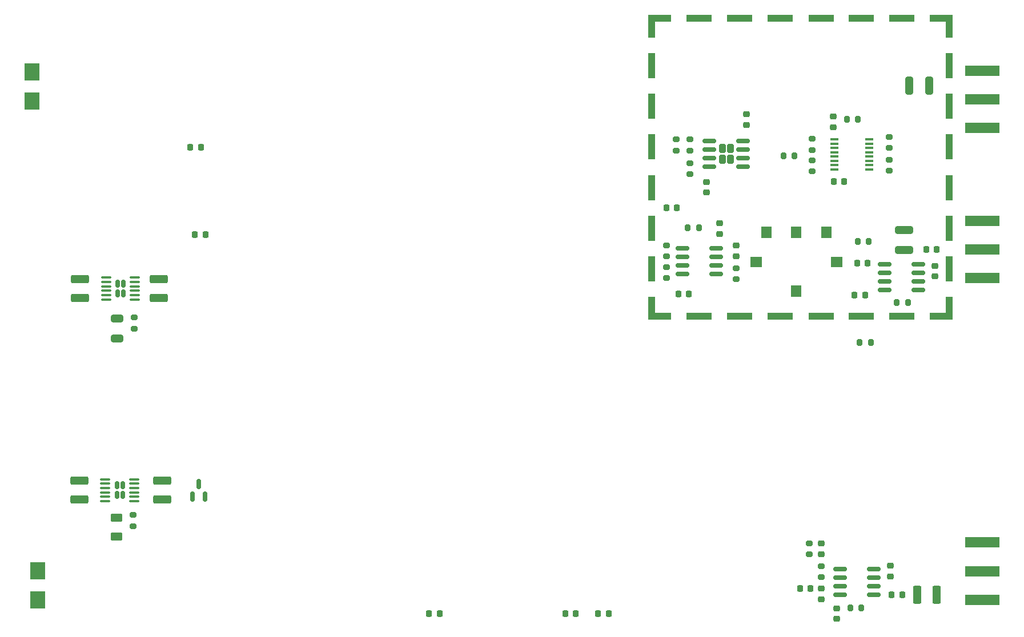
<source format=gbr>
G04 #@! TF.GenerationSoftware,KiCad,Pcbnew,(6.0.7)*
G04 #@! TF.CreationDate,2022-11-17T09:34:03+01:00*
G04 #@! TF.ProjectId,PDH_module,5044485f-6d6f-4647-956c-652e6b696361,1.1*
G04 #@! TF.SameCoordinates,Original*
G04 #@! TF.FileFunction,Paste,Top*
G04 #@! TF.FilePolarity,Positive*
%FSLAX46Y46*%
G04 Gerber Fmt 4.6, Leading zero omitted, Abs format (unit mm)*
G04 Created by KiCad (PCBNEW (6.0.7)) date 2022-11-17 09:34:03*
%MOMM*%
%LPD*%
G01*
G04 APERTURE LIST*
G04 Aperture macros list*
%AMRoundRect*
0 Rectangle with rounded corners*
0 $1 Rounding radius*
0 $2 $3 $4 $5 $6 $7 $8 $9 X,Y pos of 4 corners*
0 Add a 4 corners polygon primitive as box body*
4,1,4,$2,$3,$4,$5,$6,$7,$8,$9,$2,$3,0*
0 Add four circle primitives for the rounded corners*
1,1,$1+$1,$2,$3*
1,1,$1+$1,$4,$5*
1,1,$1+$1,$6,$7*
1,1,$1+$1,$8,$9*
0 Add four rect primitives between the rounded corners*
20,1,$1+$1,$2,$3,$4,$5,0*
20,1,$1+$1,$4,$5,$6,$7,0*
20,1,$1+$1,$6,$7,$8,$9,0*
20,1,$1+$1,$8,$9,$2,$3,0*%
G04 Aperture macros list end*
%ADD10RoundRect,0.250000X-1.075000X0.375000X-1.075000X-0.375000X1.075000X-0.375000X1.075000X0.375000X0*%
%ADD11RoundRect,0.250000X-0.625000X0.375000X-0.625000X-0.375000X0.625000X-0.375000X0.625000X0.375000X0*%
%ADD12RoundRect,0.225000X0.225000X0.250000X-0.225000X0.250000X-0.225000X-0.250000X0.225000X-0.250000X0*%
%ADD13RoundRect,0.218750X0.256250X-0.218750X0.256250X0.218750X-0.256250X0.218750X-0.256250X-0.218750X0*%
%ADD14RoundRect,0.218750X-0.256250X0.218750X-0.256250X-0.218750X0.256250X-0.218750X0.256250X0.218750X0*%
%ADD15RoundRect,0.218750X-0.218750X-0.256250X0.218750X-0.256250X0.218750X0.256250X-0.218750X0.256250X0*%
%ADD16RoundRect,0.200000X-0.275000X0.200000X-0.275000X-0.200000X0.275000X-0.200000X0.275000X0.200000X0*%
%ADD17RoundRect,0.250000X0.375000X1.075000X-0.375000X1.075000X-0.375000X-1.075000X0.375000X-1.075000X0*%
%ADD18RoundRect,0.167500X-0.167500X-0.407500X0.167500X-0.407500X0.167500X0.407500X-0.167500X0.407500X0*%
%ADD19RoundRect,0.100000X-0.625000X-0.100000X0.625000X-0.100000X0.625000X0.100000X-0.625000X0.100000X0*%
%ADD20RoundRect,0.225000X-0.225000X-0.250000X0.225000X-0.250000X0.225000X0.250000X-0.225000X0.250000X0*%
%ADD21RoundRect,0.225000X-0.250000X0.225000X-0.250000X-0.225000X0.250000X-0.225000X0.250000X0.225000X0*%
%ADD22RoundRect,0.225000X0.250000X-0.225000X0.250000X0.225000X-0.250000X0.225000X-0.250000X-0.225000X0*%
%ADD23R,2.300000X2.500000*%
%ADD24R,5.080000X1.500000*%
%ADD25R,1.000000X3.800000*%
%ADD26R,3.800000X1.000000*%
%ADD27R,1.000000X1.000000*%
%ADD28R,2.440000X1.000000*%
%ADD29R,1.000000X2.440000*%
%ADD30RoundRect,0.250000X-1.075000X0.312500X-1.075000X-0.312500X1.075000X-0.312500X1.075000X0.312500X0*%
%ADD31RoundRect,0.200000X0.275000X-0.200000X0.275000X0.200000X-0.275000X0.200000X-0.275000X-0.200000X0*%
%ADD32RoundRect,0.200000X-0.200000X-0.275000X0.200000X-0.275000X0.200000X0.275000X-0.200000X0.275000X0*%
%ADD33RoundRect,0.250000X0.312500X1.075000X-0.312500X1.075000X-0.312500X-1.075000X0.312500X-1.075000X0*%
%ADD34RoundRect,0.200000X0.200000X0.275000X-0.200000X0.275000X-0.200000X-0.275000X0.200000X-0.275000X0*%
%ADD35RoundRect,0.242500X-0.242500X-0.422500X0.242500X-0.422500X0.242500X0.422500X-0.242500X0.422500X0*%
%ADD36RoundRect,0.150000X-0.825000X-0.150000X0.825000X-0.150000X0.825000X0.150000X-0.825000X0.150000X0*%
%ADD37RoundRect,0.150000X0.825000X0.150000X-0.825000X0.150000X-0.825000X-0.150000X0.825000X-0.150000X0*%
%ADD38R,1.200000X0.400000*%
%ADD39RoundRect,0.250000X-0.650000X0.325000X-0.650000X-0.325000X0.650000X-0.325000X0.650000X0.325000X0*%
%ADD40R,1.778000X1.524000*%
%ADD41R,1.524000X1.778000*%
%ADD42RoundRect,0.150000X0.150000X-0.587500X0.150000X0.587500X-0.150000X0.587500X-0.150000X-0.587500X0*%
G04 APERTURE END LIST*
D10*
X102500000Y-116600000D03*
X102500000Y-119400000D03*
D11*
X108000000Y-122100000D03*
X108000000Y-124900000D03*
D10*
X114300000Y-86700000D03*
X114300000Y-89500000D03*
X114800000Y-116600000D03*
X114800000Y-119400000D03*
D12*
X210875000Y-132587500D03*
X209325000Y-132587500D03*
D13*
X214800000Y-137087500D03*
X214800000Y-135512500D03*
D14*
X222700000Y-129212500D03*
X222700000Y-130787500D03*
D15*
X179412500Y-136300000D03*
X180987500Y-136300000D03*
X174512500Y-136300000D03*
X176087500Y-136300000D03*
X154312500Y-136300000D03*
X155887500Y-136300000D03*
X118925000Y-67100000D03*
X120500000Y-67100000D03*
X119612500Y-80100000D03*
X121187500Y-80100000D03*
D16*
X110500000Y-121675000D03*
X110500000Y-123325000D03*
D14*
X212500000Y-132612500D03*
X212500000Y-134187500D03*
D17*
X229550000Y-133500000D03*
X226750000Y-133500000D03*
D18*
X108090000Y-117290000D03*
X108090000Y-118710000D03*
X108910000Y-118710000D03*
X108910000Y-117290000D03*
D19*
X106350000Y-116375000D03*
X106350000Y-117025000D03*
X106350000Y-117675000D03*
X106350000Y-118325000D03*
X106350000Y-118975000D03*
X106350000Y-119625000D03*
X110650000Y-119625000D03*
X110650000Y-118975000D03*
X110650000Y-118325000D03*
X110650000Y-117675000D03*
X110650000Y-117025000D03*
X110650000Y-116375000D03*
D10*
X102600000Y-86700000D03*
X102600000Y-89500000D03*
D20*
X228025000Y-82300000D03*
X229575000Y-82300000D03*
D21*
X229300000Y-84725000D03*
X229300000Y-86275000D03*
D12*
X218975000Y-89100000D03*
X217425000Y-89100000D03*
D21*
X214300000Y-62600000D03*
X214300000Y-64150000D03*
D20*
X189525000Y-76100000D03*
X191075000Y-76100000D03*
X214325000Y-72200000D03*
X215875000Y-72200000D03*
D21*
X195500000Y-72300000D03*
X195500000Y-73850000D03*
D22*
X201400000Y-63800000D03*
X201400000Y-62250000D03*
D23*
X95500000Y-55950000D03*
X95500000Y-60250000D03*
X96300000Y-134250000D03*
X96300000Y-129950000D03*
D24*
X236400000Y-82300000D03*
X236400000Y-78050000D03*
X236400000Y-86550000D03*
D25*
X231490000Y-55050000D03*
D26*
X218450000Y-48010000D03*
D25*
X231490000Y-73150000D03*
X187310000Y-67050000D03*
D26*
X212450000Y-92190000D03*
X224450000Y-48010000D03*
X212450000Y-48010000D03*
D27*
X187310000Y-48010000D03*
D26*
X224450000Y-92190000D03*
D27*
X187310000Y-92190000D03*
D25*
X187310000Y-73150000D03*
D28*
X229770000Y-48010000D03*
D26*
X206350000Y-48010000D03*
D29*
X231490000Y-49730000D03*
D25*
X187310000Y-79150000D03*
X231490000Y-85150000D03*
D27*
X231490000Y-92190000D03*
D29*
X231490000Y-90470000D03*
D25*
X187310000Y-55050000D03*
D27*
X231490000Y-48010000D03*
D26*
X194350000Y-92190000D03*
D25*
X187310000Y-61050000D03*
D29*
X187310000Y-49730000D03*
D26*
X218450000Y-92190000D03*
D25*
X231490000Y-79150000D03*
D26*
X200350000Y-92190000D03*
D28*
X189030000Y-92190000D03*
D25*
X231490000Y-61050000D03*
X231490000Y-67050000D03*
D26*
X194350000Y-48010000D03*
X200350000Y-48010000D03*
D28*
X229770000Y-92190000D03*
X189030000Y-48010000D03*
D25*
X187310000Y-85150000D03*
D26*
X206350000Y-92190000D03*
D29*
X187310000Y-90470000D03*
D16*
X191000000Y-65975000D03*
X191000000Y-67625000D03*
D30*
X224800000Y-79437500D03*
X224800000Y-82362500D03*
D31*
X193000000Y-67625000D03*
X193000000Y-65975000D03*
D32*
X218175000Y-96100000D03*
X219825000Y-96100000D03*
X223675000Y-90200000D03*
X225325000Y-90200000D03*
D31*
X193000000Y-71125000D03*
X193000000Y-69475000D03*
D33*
X228462500Y-58000000D03*
X225537500Y-58000000D03*
D34*
X208525000Y-68400000D03*
X206875000Y-68400000D03*
D32*
X216275000Y-63000000D03*
X217925000Y-63000000D03*
D16*
X211100000Y-69075000D03*
X211100000Y-70725000D03*
X222600000Y-68975000D03*
X222600000Y-70625000D03*
X211100000Y-65900000D03*
X211100000Y-67550000D03*
D31*
X222600000Y-67250000D03*
X222600000Y-65600000D03*
D35*
X199000000Y-68925000D03*
X199000000Y-67275000D03*
X197800000Y-68925000D03*
X197800000Y-67275000D03*
D36*
X195925000Y-66195000D03*
X195925000Y-67465000D03*
X195925000Y-68735000D03*
X195925000Y-70005000D03*
X200875000Y-70005000D03*
X200875000Y-68735000D03*
X200875000Y-67465000D03*
X200875000Y-66195000D03*
D37*
X226875000Y-88305000D03*
X226875000Y-87035000D03*
X226875000Y-85765000D03*
X226875000Y-84495000D03*
X221925000Y-84495000D03*
X221925000Y-85765000D03*
X221925000Y-87035000D03*
X221925000Y-88305000D03*
D38*
X214400000Y-65977500D03*
X214400000Y-66612500D03*
X214400000Y-67247500D03*
X214400000Y-67882500D03*
X214400000Y-68517500D03*
X214400000Y-69152500D03*
X214400000Y-69787500D03*
X214400000Y-70422500D03*
X219600000Y-70422500D03*
X219600000Y-69787500D03*
X219600000Y-69152500D03*
X219600000Y-68517500D03*
X219600000Y-67882500D03*
X219600000Y-67247500D03*
X219600000Y-66612500D03*
X219600000Y-65977500D03*
D24*
X236400000Y-60000000D03*
X236400000Y-55750000D03*
X236400000Y-64250000D03*
X236400000Y-130000000D03*
X236400000Y-125750000D03*
X236400000Y-134250000D03*
D39*
X108100000Y-92525000D03*
X108100000Y-95475000D03*
D22*
X197400000Y-79975000D03*
X197400000Y-78425000D03*
D20*
X191325000Y-88900000D03*
X192875000Y-88900000D03*
D16*
X110600000Y-92375000D03*
X110600000Y-94025000D03*
D31*
X212500000Y-130912500D03*
X212500000Y-129262500D03*
D34*
X218425000Y-135500000D03*
X216775000Y-135500000D03*
D31*
X189500000Y-86525000D03*
X189500000Y-84875000D03*
D16*
X189500000Y-81675000D03*
X189500000Y-83325000D03*
D18*
X108190000Y-88810000D03*
X109010000Y-87390000D03*
X108190000Y-87390000D03*
X109010000Y-88810000D03*
D19*
X106450000Y-86475000D03*
X106450000Y-87125000D03*
X106450000Y-87775000D03*
X106450000Y-88425000D03*
X106450000Y-89075000D03*
X106450000Y-89725000D03*
X110750000Y-89725000D03*
X110750000Y-89075000D03*
X110750000Y-88425000D03*
X110750000Y-87775000D03*
X110750000Y-87125000D03*
X110750000Y-86475000D03*
D36*
X215300000Y-129700000D03*
X215300000Y-130970000D03*
X215300000Y-132240000D03*
X215300000Y-133510000D03*
X220250000Y-133510000D03*
X220250000Y-132240000D03*
X220250000Y-130970000D03*
X220250000Y-129700000D03*
X191925000Y-82095000D03*
X191925000Y-83365000D03*
X191925000Y-84635000D03*
X191925000Y-85905000D03*
X196875000Y-85905000D03*
X196875000Y-84635000D03*
X196875000Y-83365000D03*
X196875000Y-82095000D03*
D40*
X202831000Y-84112000D03*
X214769000Y-84112000D03*
D41*
X208800000Y-79730500D03*
X208800000Y-88493500D03*
X213245000Y-79730500D03*
X204355000Y-79730500D03*
D34*
X194325000Y-79100000D03*
X192675000Y-79100000D03*
X219525000Y-81100000D03*
X217875000Y-81100000D03*
D12*
X224475000Y-133500000D03*
X222925000Y-133500000D03*
D22*
X212500000Y-127462500D03*
X212500000Y-125912500D03*
D20*
X217825000Y-84300000D03*
X219375000Y-84300000D03*
D42*
X119250000Y-118937500D03*
X121150000Y-118937500D03*
X120200000Y-117062500D03*
D31*
X210700000Y-127525000D03*
X210700000Y-125875000D03*
D22*
X199900000Y-83275000D03*
X199900000Y-81725000D03*
D31*
X199900000Y-86725000D03*
X199900000Y-85075000D03*
M02*

</source>
